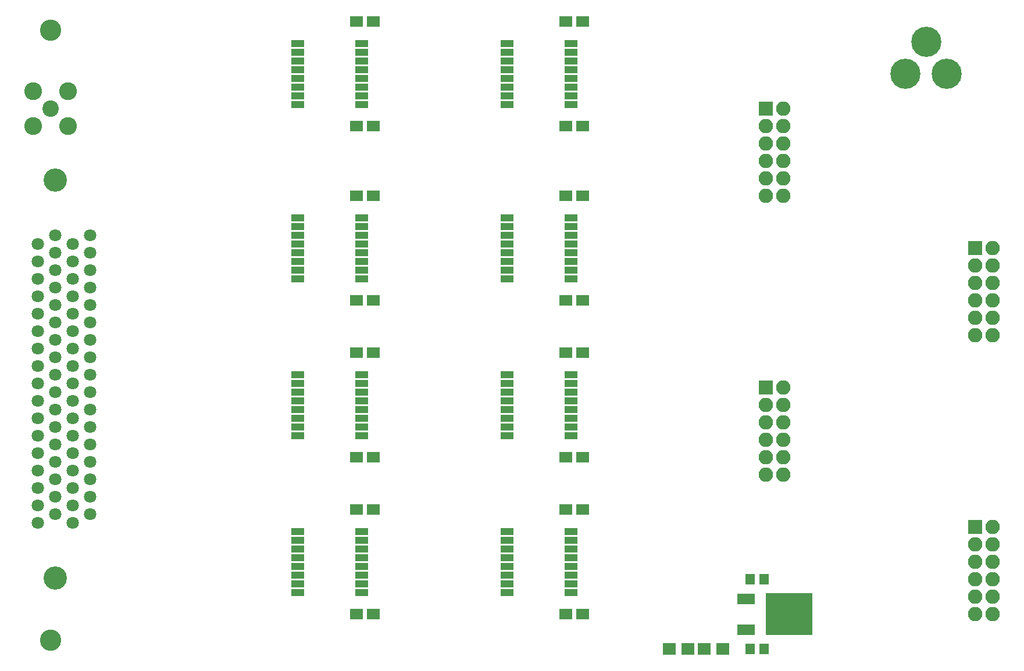
<source format=gbr>
G04 #@! TF.FileFunction,Soldermask,Top*
%FSLAX46Y46*%
G04 Gerber Fmt 4.6, Leading zero omitted, Abs format (unit mm)*
G04 Created by KiCad (PCBNEW 4.0.7) date 11/06/18 11:25:05*
%MOMM*%
%LPD*%
G01*
G04 APERTURE LIST*
%ADD10C,0.100000*%
%ADD11C,3.400000*%
%ADD12C,1.800000*%
%ADD13R,1.400000X1.650000*%
%ADD14C,2.600000*%
%ADD15C,2.400000*%
%ADD16R,2.100000X2.100000*%
%ADD17O,2.100000X2.100000*%
%ADD18R,2.600000X1.600000*%
%ADD19R,6.800000X6.200000*%
%ADD20R,1.900000X1.000000*%
%ADD21R,1.900000X1.650000*%
%ADD22C,4.400000*%
%ADD23R,1.900000X1.700000*%
%ADD24C,3.100000*%
G04 APERTURE END LIST*
D10*
D11*
X33655000Y-111515000D03*
D12*
X33655000Y-61595000D03*
X38735000Y-61595000D03*
X36195000Y-62865000D03*
X38735000Y-64135000D03*
X36195000Y-65405000D03*
X38735000Y-66675000D03*
X36195000Y-67945000D03*
X38735000Y-69215000D03*
X36195000Y-70485000D03*
X38735000Y-71755000D03*
X36195000Y-73025000D03*
X38735000Y-74295000D03*
X36195000Y-75565000D03*
X38735000Y-76835000D03*
X36195000Y-78105000D03*
X38735000Y-79375000D03*
X36195000Y-80645000D03*
X38735000Y-81915000D03*
X36195000Y-83185000D03*
X38735000Y-84455000D03*
X36195000Y-85725000D03*
X38735000Y-86995000D03*
X36195000Y-88265000D03*
X38735000Y-89535000D03*
X36195000Y-90805000D03*
X38735000Y-92075000D03*
X36195000Y-93345000D03*
X38735000Y-94615000D03*
X36195000Y-95885000D03*
X38735000Y-97155000D03*
X36195000Y-98425000D03*
X38735000Y-99695000D03*
X36195000Y-100965000D03*
X38735000Y-102235000D03*
X36195000Y-103505000D03*
X31115000Y-62865000D03*
X33655000Y-64135000D03*
X31115000Y-65405000D03*
X33655000Y-66675000D03*
X31115000Y-67945000D03*
X33655000Y-69215000D03*
X31115000Y-70485000D03*
X33655000Y-71755000D03*
X31115000Y-73025000D03*
X33655000Y-74295000D03*
X31115000Y-75565000D03*
X33655000Y-76835000D03*
X31115000Y-78105000D03*
X33655000Y-79375000D03*
X31115000Y-80645000D03*
X33655000Y-81915000D03*
X31115000Y-83185000D03*
X33655000Y-84455000D03*
X31115000Y-85725000D03*
X33655000Y-86995000D03*
X31115000Y-88265000D03*
X33655000Y-89535000D03*
X31115000Y-90805000D03*
X33655000Y-92075000D03*
X31115000Y-93345000D03*
X33655000Y-94615000D03*
X31115000Y-95885000D03*
X33655000Y-97155000D03*
X31115000Y-98425000D03*
X33655000Y-99695000D03*
X31115000Y-100965000D03*
X33655000Y-102235000D03*
X31115000Y-103505000D03*
D11*
X33655000Y-53585000D03*
D13*
X134890000Y-111760000D03*
X136890000Y-111760000D03*
X134890000Y-121920000D03*
X136890000Y-121920000D03*
D14*
X30480000Y-45720000D03*
X30480000Y-40640000D03*
X35560000Y-40640000D03*
X35560000Y-45720000D03*
D15*
X33020000Y-43180000D03*
D16*
X167640000Y-104140000D03*
D17*
X170180000Y-104140000D03*
X167640000Y-106680000D03*
X170180000Y-106680000D03*
X167640000Y-109220000D03*
X170180000Y-109220000D03*
X167640000Y-111760000D03*
X170180000Y-111760000D03*
X167640000Y-114300000D03*
X170180000Y-114300000D03*
X167640000Y-116840000D03*
X170180000Y-116840000D03*
D16*
X137160000Y-83820000D03*
D17*
X139700000Y-83820000D03*
X137160000Y-86360000D03*
X139700000Y-86360000D03*
X137160000Y-88900000D03*
X139700000Y-88900000D03*
X137160000Y-91440000D03*
X139700000Y-91440000D03*
X137160000Y-93980000D03*
X139700000Y-93980000D03*
X137160000Y-96520000D03*
X139700000Y-96520000D03*
D16*
X167640000Y-63500000D03*
D17*
X170180000Y-63500000D03*
X167640000Y-66040000D03*
X170180000Y-66040000D03*
X167640000Y-68580000D03*
X170180000Y-68580000D03*
X167640000Y-71120000D03*
X170180000Y-71120000D03*
X167640000Y-73660000D03*
X170180000Y-73660000D03*
X167640000Y-76200000D03*
X170180000Y-76200000D03*
D16*
X137160000Y-43180000D03*
D17*
X139700000Y-43180000D03*
X137160000Y-45720000D03*
X139700000Y-45720000D03*
X137160000Y-48260000D03*
X139700000Y-48260000D03*
X137160000Y-50800000D03*
X139700000Y-50800000D03*
X137160000Y-53340000D03*
X139700000Y-53340000D03*
X137160000Y-55880000D03*
X139700000Y-55880000D03*
D18*
X134230000Y-114560000D03*
X134230000Y-119120000D03*
D19*
X140530000Y-116840000D03*
D20*
X69010000Y-33655000D03*
X69010000Y-34925000D03*
X69010000Y-36195000D03*
X69010000Y-37465000D03*
X69010000Y-38735000D03*
X69010000Y-40005000D03*
X69010000Y-41275000D03*
X69010000Y-42545000D03*
X78310000Y-42545000D03*
X78310000Y-41275000D03*
X78310000Y-40005000D03*
X78310000Y-38735000D03*
X78310000Y-37465000D03*
X78310000Y-36195000D03*
X78310000Y-34925000D03*
X78310000Y-33655000D03*
X99490000Y-33655000D03*
X99490000Y-34925000D03*
X99490000Y-36195000D03*
X99490000Y-37465000D03*
X99490000Y-38735000D03*
X99490000Y-40005000D03*
X99490000Y-41275000D03*
X99490000Y-42545000D03*
X108790000Y-42545000D03*
X108790000Y-41275000D03*
X108790000Y-40005000D03*
X108790000Y-38735000D03*
X108790000Y-37465000D03*
X108790000Y-36195000D03*
X108790000Y-34925000D03*
X108790000Y-33655000D03*
X69010000Y-59055000D03*
X69010000Y-60325000D03*
X69010000Y-61595000D03*
X69010000Y-62865000D03*
X69010000Y-64135000D03*
X69010000Y-65405000D03*
X69010000Y-66675000D03*
X69010000Y-67945000D03*
X78310000Y-67945000D03*
X78310000Y-66675000D03*
X78310000Y-65405000D03*
X78310000Y-64135000D03*
X78310000Y-62865000D03*
X78310000Y-61595000D03*
X78310000Y-60325000D03*
X78310000Y-59055000D03*
X99490000Y-59055000D03*
X99490000Y-60325000D03*
X99490000Y-61595000D03*
X99490000Y-62865000D03*
X99490000Y-64135000D03*
X99490000Y-65405000D03*
X99490000Y-66675000D03*
X99490000Y-67945000D03*
X108790000Y-67945000D03*
X108790000Y-66675000D03*
X108790000Y-65405000D03*
X108790000Y-64135000D03*
X108790000Y-62865000D03*
X108790000Y-61595000D03*
X108790000Y-60325000D03*
X108790000Y-59055000D03*
X69010000Y-81915000D03*
X69010000Y-83185000D03*
X69010000Y-84455000D03*
X69010000Y-85725000D03*
X69010000Y-86995000D03*
X69010000Y-88265000D03*
X69010000Y-89535000D03*
X69010000Y-90805000D03*
X78310000Y-90805000D03*
X78310000Y-89535000D03*
X78310000Y-88265000D03*
X78310000Y-86995000D03*
X78310000Y-85725000D03*
X78310000Y-84455000D03*
X78310000Y-83185000D03*
X78310000Y-81915000D03*
X99490000Y-81915000D03*
X99490000Y-83185000D03*
X99490000Y-84455000D03*
X99490000Y-85725000D03*
X99490000Y-86995000D03*
X99490000Y-88265000D03*
X99490000Y-89535000D03*
X99490000Y-90805000D03*
X108790000Y-90805000D03*
X108790000Y-89535000D03*
X108790000Y-88265000D03*
X108790000Y-86995000D03*
X108790000Y-85725000D03*
X108790000Y-84455000D03*
X108790000Y-83185000D03*
X108790000Y-81915000D03*
X69010000Y-104775000D03*
X69010000Y-106045000D03*
X69010000Y-107315000D03*
X69010000Y-108585000D03*
X69010000Y-109855000D03*
X69010000Y-111125000D03*
X69010000Y-112395000D03*
X69010000Y-113665000D03*
X78310000Y-113665000D03*
X78310000Y-112395000D03*
X78310000Y-111125000D03*
X78310000Y-109855000D03*
X78310000Y-108585000D03*
X78310000Y-107315000D03*
X78310000Y-106045000D03*
X78310000Y-104775000D03*
X99490000Y-104775000D03*
X99490000Y-106045000D03*
X99490000Y-107315000D03*
X99490000Y-108585000D03*
X99490000Y-109855000D03*
X99490000Y-111125000D03*
X99490000Y-112395000D03*
X99490000Y-113665000D03*
X108790000Y-113665000D03*
X108790000Y-112395000D03*
X108790000Y-111125000D03*
X108790000Y-109855000D03*
X108790000Y-108585000D03*
X108790000Y-107315000D03*
X108790000Y-106045000D03*
X108790000Y-104775000D03*
D21*
X107970000Y-78740000D03*
X110470000Y-78740000D03*
X107970000Y-101600000D03*
X110470000Y-101600000D03*
X77490000Y-30480000D03*
X79990000Y-30480000D03*
X77490000Y-78740000D03*
X79990000Y-78740000D03*
X107970000Y-55880000D03*
X110470000Y-55880000D03*
X77490000Y-101600000D03*
X79990000Y-101600000D03*
X77490000Y-55880000D03*
X79990000Y-55880000D03*
X107970000Y-30480000D03*
X110470000Y-30480000D03*
D22*
X157480000Y-38100000D03*
X163480000Y-38100000D03*
X160480000Y-33400000D03*
D23*
X128190000Y-121920000D03*
X130890000Y-121920000D03*
X125810000Y-121920000D03*
X123110000Y-121920000D03*
D21*
X77490000Y-71120000D03*
X79990000Y-71120000D03*
X107970000Y-116840000D03*
X110470000Y-116840000D03*
X107970000Y-93980000D03*
X110470000Y-93980000D03*
X77490000Y-93980000D03*
X79990000Y-93980000D03*
X107970000Y-71120000D03*
X110470000Y-71120000D03*
X77490000Y-45720000D03*
X79990000Y-45720000D03*
X107970000Y-45720000D03*
X110470000Y-45720000D03*
X77490000Y-116840000D03*
X79990000Y-116840000D03*
D24*
X33020000Y-31750000D03*
X33020000Y-120650000D03*
M02*

</source>
